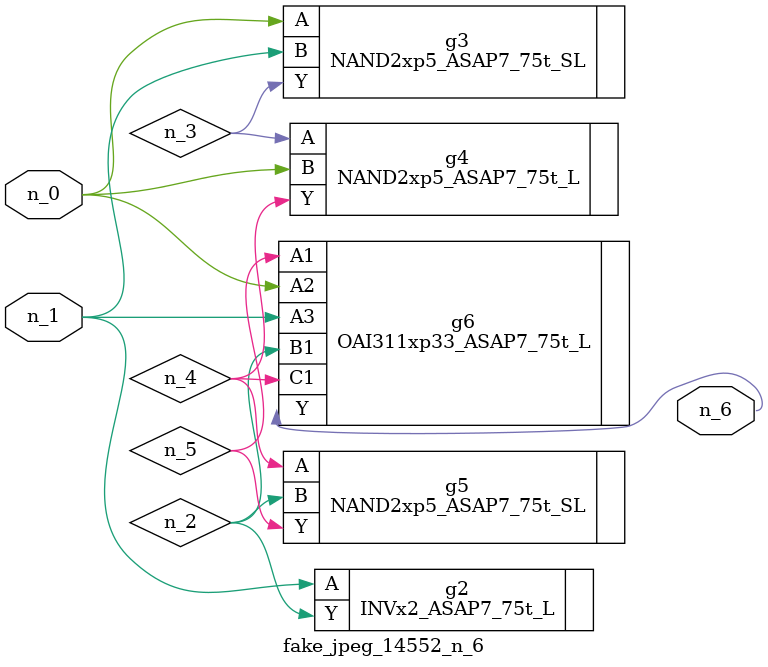
<source format=v>
module fake_jpeg_14552_n_6 (n_0, n_1, n_6);

input n_0;
input n_1;

output n_6;

wire n_2;
wire n_3;
wire n_4;
wire n_5;

INVx2_ASAP7_75t_L g2 ( 
.A(n_1),
.Y(n_2)
);

NAND2xp5_ASAP7_75t_SL g3 ( 
.A(n_0),
.B(n_1),
.Y(n_3)
);

NAND2xp5_ASAP7_75t_L g4 ( 
.A(n_3),
.B(n_0),
.Y(n_4)
);

NAND2xp5_ASAP7_75t_SL g5 ( 
.A(n_4),
.B(n_2),
.Y(n_5)
);

OAI311xp33_ASAP7_75t_L g6 ( 
.A1(n_5),
.A2(n_0),
.A3(n_1),
.B1(n_2),
.C1(n_4),
.Y(n_6)
);


endmodule
</source>
